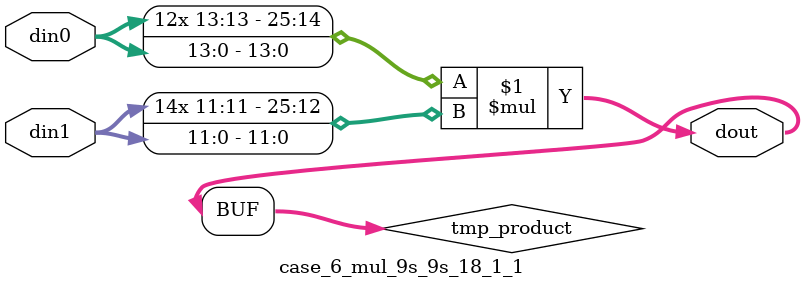
<source format=v>

`timescale 1 ns / 1 ps

 (* use_dsp = "no" *)  module case_6_mul_9s_9s_18_1_1(din0, din1, dout);
parameter ID = 1;
parameter NUM_STAGE = 0;
parameter din0_WIDTH = 14;
parameter din1_WIDTH = 12;
parameter dout_WIDTH = 26;

input [din0_WIDTH - 1 : 0] din0; 
input [din1_WIDTH - 1 : 0] din1; 
output [dout_WIDTH - 1 : 0] dout;

wire signed [dout_WIDTH - 1 : 0] tmp_product;



























assign tmp_product = $signed(din0) * $signed(din1);








assign dout = tmp_product;





















endmodule

</source>
